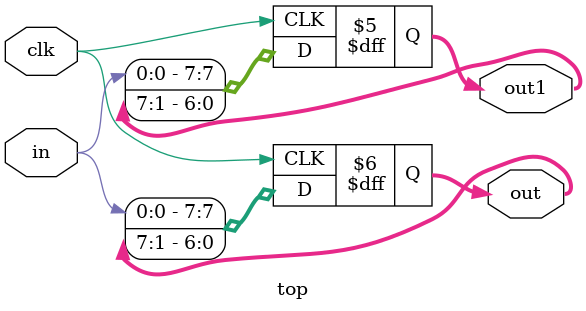
<source format=v>
module top    (
out,
out1,
clk,
in
);
    output [7:0] out;
    output [7:0] out1;
    input signed clk, in;
    reg signed [7:0] out;
    reg signed [7:0] out1;

    always @(posedge clk)
	begin
		out    <= out >> 1;
		out[7] <= in;
	end

	always @(posedge clk)
	begin
		out1    <= out1 >> 1;
		out1[7] <= in;
	end

endmodule

</source>
